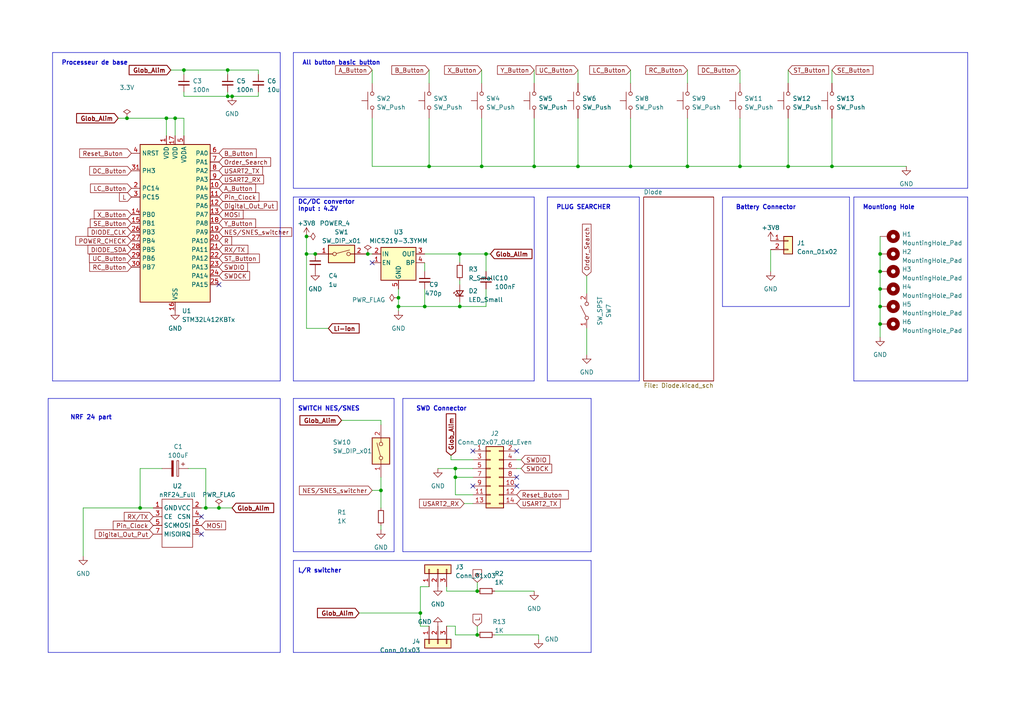
<source format=kicad_sch>
(kicad_sch (version 20230121) (generator eeschema)
  (paper "A4")
  (lib_symbols
    (symbol "Antenna_nRF24_2_4GHz:nRF24_FULL"
      (property "Reference" "U" (at 0 0 0))
      (property "Value" "nRF24_Full" (at 0 0 0))
      (symbol "nRF24_FULL_0_1"
        (rectangle (start -1.27 -1.27) (end 7.62 -15.24))
      )
      (symbol "nRF24_FULL_1_1"
        (pin power_in line (at -3.81 -3.81 0) (length 2.54) (name "GND") (number "1"))
        (pin power_in line (at 10.16 -3.81 180) (length 2.54) (name "VCC") (number "2"))
        (pin input line (at -3.81 -6.35 0) (length 2.54) (name "CE") (number "3"))
        (pin input line (at 10.16 -6.35 180) (length 2.54) (name "CSN") (number "4"))
        (pin input line (at -3.81 -8.89 0) (length 2.54) (name "SCK") (number "5"))
        (pin input line (at 10.16 -8.89 180) (length 2.54) (name "MOSI") (number "6"))
        (pin output line (at -3.81 -11.43 0) (length 2.54) (name "MISO") (number "7"))
        (pin input line (at 10.16 -11.43 180) (length 2.54) (name "IRQ") (number "8"))
      )
    )
    (symbol "Connector_Generic:Conn_01x02" (pin_names (offset 1.016) hide)
      (property "Reference" "J" (at 0 2.54 0))
      (property "Value" "Conn_01x02" (at 0 -5.08 0))
      (symbol "Conn_01x02_1_1"
        (rectangle (start -1.27 -2.413) (end 0 -2.667) (stroke (width 0.1524)))
        (rectangle (start -1.27 0.127) (end 0 -0.127) (stroke (width 0.1524)))
        (rectangle (start -1.27 1.27) (end 1.27 -3.81) (stroke (width 0.254)) (fill (type background)))
        (pin passive line (at -5.08 0 0) (length 3.81) (name "Pin_1") (number "1"))
        (pin passive line (at -5.08 -2.54 0) (length 3.81) (name "Pin_2") (number "2"))
      )
    )
    (symbol "Connector_Generic:Conn_01x03" (pin_names (offset 1.016) hide)
      (property "Reference" "J" (at 0 5.08 0))
      (property "Value" "Conn_01x03" (at 0 -5.08 0))
      (symbol "Conn_01x03_1_1"
        (rectangle (start -1.27 -2.413) (end 0 -2.667) (stroke (width 0.1524)))
        (rectangle (start -1.27 0.127) (end 0 -0.127) (stroke (width 0.1524)))
        (rectangle (start -1.27 2.667) (end 0 2.413) (stroke (width 0.1524)))
        (rectangle (start -1.27 3.81) (end 1.27 -3.81) (stroke (width 0.254)) (fill (type background)))
        (pin passive line (at -5.08 2.54 0) (length 3.81) (name "Pin_1") (number "1"))
        (pin passive line (at -5.08 0 0) (length 3.81) (name "Pin_2") (number "2"))
        (pin passive line (at -5.08 -2.54 0) (length 3.81) (name "Pin_3") (number "3"))
      )
    )
    (symbol "Connector_Generic:Conn_02x07_Odd_Even" (pin_names (offset 1.016) hide)
      (property "Reference" "J" (at 1.27 10.16 0))
      (property "Value" "Conn_02x07_Odd_Even" (at 1.27 -10.16 0))
      (symbol "Conn_02x07_Odd_Even_1_1"
        (rectangle (start -1.27 -7.493) (end 0 -7.747) (stroke (width 0.1524)))
        (rectangle (start -1.27 -4.953) (end 0 -5.207) (stroke (width 0.1524)))
        (rectangle (start -1.27 -2.413) (end 0 -2.667) (stroke (width 0.1524)))
        (rectangle (start -1.27 0.127) (end 0 -0.127) (stroke (width 0.1524)))
        (rectangle (start -1.27 2.667) (end 0 2.413) (stroke (width 0.1524)))
        (rectangle (start -1.27 5.207) (end 0 4.953) (stroke (width 0.1524)))
        (rectangle (start -1.27 7.747) (end 0 7.493) (stroke (width 0.1524)))
        (rectangle (start -1.27 8.89) (end 3.81 -8.89) (stroke (width 0.254)) (fill (type background)))
        (rectangle (start 3.81 -7.493) (end 2.54 -7.747) (stroke (width 0.1524)))
        (rectangle (start 3.81 -4.953) (end 2.54 -5.207) (stroke (width 0.1524)))
        (rectangle (start 3.81 -2.413) (end 2.54 -2.667) (stroke (width 0.1524)))
        (rectangle (start 3.81 0.127) (end 2.54 -0.127) (stroke (width 0.1524)))
        (rectangle (start 3.81 2.667) (end 2.54 2.413) (stroke (width 0.1524)))
        (rectangle (start 3.81 5.207) (end 2.54 4.953) (stroke (width 0.1524)))
        (rectangle (start 3.81 7.747) (end 2.54 7.493) (stroke (width 0.1524)))
        (pin passive line (at -5.08 7.62 0) (length 3.81) (name "Pin_1") (number "1"))
        (pin passive line (at 7.62 -2.54 180) (length 3.81) (name "Pin_10") (number "10"))
        (pin passive line (at -5.08 -5.08 0) (length 3.81) (name "Pin_11") (number "11"))
        (pin passive line (at 7.62 -5.08 180) (length 3.81) (name "Pin_12") (number "12"))
        (pin passive line (at -5.08 -7.62 0) (length 3.81) (name "Pin_13") (number "13"))
        (pin passive line (at 7.62 -7.62 180) (length 3.81) (name "Pin_14") (number "14"))
        (pin passive line (at 7.62 7.62 180) (length 3.81) (name "Pin_2") (number "2"))
        (pin passive line (at -5.08 5.08 0) (length 3.81) (name "Pin_3") (number "3"))
        (pin passive line (at 7.62 5.08 180) (length 3.81) (name "Pin_4") (number "4"))
        (pin passive line (at -5.08 2.54 0) (length 3.81) (name "Pin_5") (number "5"))
        (pin passive line (at 7.62 2.54 180) (length 3.81) (name "Pin_6") (number "6"))
        (pin passive line (at -5.08 0 0) (length 3.81) (name "Pin_7") (number "7"))
        (pin passive line (at 7.62 0 180) (length 3.81) (name "Pin_8") (number "8"))
        (pin passive line (at -5.08 -2.54 0) (length 3.81) (name "Pin_9") (number "9"))
      )
    )
    (symbol "Device:C_Polarized" (pin_numbers hide) (pin_names (offset 0.254))
      (property "Reference" "C" (at 0.635 2.54 0))
      (property "Value" "C_Polarized" (at 0.635 -2.54 0))
      (symbol "C_Polarized_0_1"
        (rectangle (start -2.286 0.508) (end 2.286 1.016))
        (polyline (pts (xy -1.778 2.286) (xy -0.762 2.286)))
        (polyline (pts (xy -1.27 2.794) (xy -1.27 1.778)))
        (rectangle (start 2.286 -0.508) (end -2.286 -1.016) (fill (type outline)))
      )
      (symbol "C_Polarized_1_1"
        (pin passive line (at 0 3.81 270) (length 2.794) (name "~") (number "1"))
        (pin passive line (at 0 -3.81 90) (length 2.794) (name "~") (number "2"))
      )
    )
    (symbol "Device:C_Small" (pin_numbers hide) (pin_names (offset 0.254) hide)
      (property "Reference" "C" (at 0.254 1.778 0))
      (property "Value" "C_Small" (at 0.254 -2.032 0))
      (symbol "C_Small_0_1"
        (polyline (pts (xy -1.524 -0.508) (xy 1.524 -0.508)) (stroke (width 0.3302)))
        (polyline (pts (xy -1.524 0.508) (xy 1.524 0.508)) (stroke (width 0.3048)))
      )
      (symbol "C_Small_1_1"
        (pin passive line (at 0 2.54 270) (length 2.032) (name "~") (number "1"))
        (pin passive line (at 0 -2.54 90) (length 2.032) (name "~") (number "2"))
      )
    )
    (symbol "Device:LED_Small" (pin_numbers hide) (pin_names (offset 0.254) hide)
      (property "Reference" "D" (at -1.27 3.175 0))
      (property "Value" "LED_Small" (at -4.445 -2.54 0))
      (symbol "LED_Small_0_1"
        (polyline (pts (xy -0.762 -1.016) (xy -0.762 1.016)) (stroke (width 0.254)))
        (polyline (pts (xy 1.016 0) (xy -0.762 0)))
        (polyline (pts (xy 0.762 -1.016) (xy -0.762 0) (xy 0.762 1.016) (xy 0.762 -1.016)) (stroke (width 0.254)))
        (polyline (pts (xy 0 0.762) (xy -0.508 1.27) (xy -0.254 1.27) (xy -0.508 1.27) (xy -0.508 1.016)))
        (polyline (pts (xy 0.508 1.27) (xy 0 1.778) (xy 0.254 1.778) (xy 0 1.778) (xy 0 1.524)))
      )
      (symbol "LED_Small_1_1"
        (pin passive line (at -2.54 0 0) (length 1.778) (name "K") (number "1"))
        (pin passive line (at 2.54 0 180) (length 1.778) (name "A") (number "2"))
      )
    )
    (symbol "Device:R_Small" (pin_numbers hide) (pin_names (offset 0.254) hide)
      (property "Reference" "R" (at 0.762 0.508 0))
      (property "Value" "R_Small" (at 0.762 -1.016 0))
      (symbol "R_Small_0_1"
        (rectangle (start -0.762 1.778) (end 0.762 -1.778) (stroke (width 0.2032)))
      )
      (symbol "R_Small_1_1"
        (pin passive line (at 0 2.54 270) (length 0.762) (name "~") (number "1"))
        (pin passive line (at 0 -2.54 90) (length 0.762) (name "~") (number "2"))
      )
    )
    (symbol "MCU_ST_STM32L4:STM32L412KBTx"
      (property "Reference" "U" (at -10.16 24.13 0))
      (property "Value" "STM32L412KBTx" (at 5.08 24.13 0))
      (symbol "STM32L412KBTx_0_1"
        (rectangle (start -10.16 -22.86) (end 10.16 22.86) (stroke (width 0.254)) (fill (type background)))
      )
      (symbol "STM32L412KBTx_1_1"
        (pin power_in line (at -2.54 25.4 270) (length 2.54) (name "VDD") (number "1"))
        (pin bidirectional line (at 12.7 10.16 180) (length 2.54) (name "PA4") (number "10"))
        (pin bidirectional line (at 12.7 7.62 180) (length 2.54) (name "PA5") (number "11"))
        (pin bidirectional line (at 12.7 5.08 180) (length 2.54) (name "PA6") (number "12"))
        (pin bidirectional line (at 12.7 2.54 180) (length 2.54) (name "PA7") (number "13"))
        (pin bidirectional line (at -12.7 2.54 0) (length 2.54) (name "PB0") (number "14"))
        (pin bidirectional line (at -12.7 0 0) (length 2.54) (name "PB1") (number "15"))
        (pin power_in line (at 0 -25.4 90) (length 2.54) (name "VSS") (number "16"))
        (pin power_in line (at 0 25.4 270) (length 2.54) (name "VDD") (number "17"))
        (pin bidirectional line (at 12.7 0 180) (length 2.54) (name "PA8") (number "18"))
        (pin bidirectional line (at 12.7 -2.54 180) (length 2.54) (name "PA9") (number "19"))
        (pin bidirectional line (at -12.7 10.16 0) (length 2.54) (name "PC14") (number "2"))
        (pin bidirectional line (at 12.7 -5.08 180) (length 2.54) (name "PA10") (number "20"))
        (pin bidirectional line (at 12.7 -7.62 180) (length 2.54) (name "PA11") (number "21"))
        (pin bidirectional line (at 12.7 -10.16 180) (length 2.54) (name "PA12") (number "22"))
        (pin bidirectional line (at 12.7 -12.7 180) (length 2.54) (name "PA13") (number "23"))
        (pin bidirectional line (at 12.7 -15.24 180) (length 2.54) (name "PA14") (number "24"))
        (pin bidirectional line (at 12.7 -17.78 180) (length 2.54) (name "PA15") (number "25"))
        (pin bidirectional line (at -12.7 -2.54 0) (length 2.54) (name "PB3") (number "26"))
        (pin bidirectional line (at -12.7 -5.08 0) (length 2.54) (name "PB4") (number "27"))
        (pin bidirectional line (at -12.7 -7.62 0) (length 2.54) (name "PB5") (number "28"))
        (pin bidirectional line (at -12.7 -10.16 0) (length 2.54) (name "PB6") (number "29"))
        (pin bidirectional line (at -12.7 7.62 0) (length 2.54) (name "PC15") (number "3"))
        (pin bidirectional line (at -12.7 -12.7 0) (length 2.54) (name "PB7") (number "30"))
        (pin bidirectional line (at -12.7 15.24 0) (length 2.54) (name "PH3") (number "31"))
        (pin passive line (at 0 -25.4 90) (length 2.54) hide (name "VSS") (number "32"))
        (pin input line (at -12.7 20.32 0) (length 2.54) (name "NRST") (number "4"))
        (pin power_in line (at 2.54 25.4 270) (length 2.54) (name "VDDA") (number "5"))
        (pin bidirectional line (at 12.7 20.32 180) (length 2.54) (name "PA0") (number "6"))
        (pin bidirectional line (at 12.7 17.78 180) (length 2.54) (name "PA1") (number "7"))
        (pin bidirectional line (at 12.7 15.24 180) (length 2.54) (name "PA2") (number "8"))
        (pin bidirectional line (at 12.7 12.7 180) (length 2.54) (name "PA3") (number "9"))
      )
    )
    (symbol "Mechanical:MountingHole_Pad" (pin_numbers hide) (pin_names (offset 1.016) hide)
      (property "Reference" "H" (at 0 6.35 0))
      (property "Value" "MountingHole_Pad" (at 0 4.445 0))
      (symbol "MountingHole_Pad_0_1"
        (circle (center 0 1.27) (radius 1.27) (stroke (width 1.27)))
      )
      (symbol "MountingHole_Pad_1_1"
        (pin input line (at 0 -2.54 90) (length 2.54) (name "1") (number "1"))
      )
    )
    (symbol "Regulator_Linear:MIC5219-3.3YMM" (pin_names (offset 0.254))
      (property "Reference" "U" (at -3.81 5.715 0))
      (property "Value" "MIC5219-3.3YMM" (at 0 5.715 0))
      (symbol "MIC5219-3.3YMM_0_1"
        (rectangle (start -5.08 4.445) (end 5.08 -5.08) (stroke (width 0.254)) (fill (type background)))
      )
      (symbol "MIC5219-3.3YMM_1_1"
        (pin input line (at -7.62 0 0) (length 2.54) (name "EN") (number "1"))
        (pin power_in line (at -7.62 2.54 0) (length 2.54) (name "IN") (number "2"))
        (pin power_out line (at 7.62 2.54 180) (length 2.54) (name "OUT") (number "3"))
        (pin input line (at 7.62 0 180) (length 2.54) (name "BP") (number "4"))
        (pin power_in line (at 0 -7.62 90) (length 2.54) (name "GND") (number "5"))
        (pin passive line (at 0 -7.62 90) (length 2.54) hide (name "GND") (number "6"))
        (pin passive line (at 0 -7.62 90) (length 2.54) hide (name "GND") (number "7"))
        (pin passive line (at 0 -7.62 90) (length 2.54) hide (name "GND") (number "8"))
      )
    )
    (symbol "Switch:SW_DIP_x01" (pin_names (offset 0) hide)
      (property "Reference" "SW" (at 0 3.81 0))
      (property "Value" "SW_DIP_x01" (at 0 -3.81 0))
      (symbol "SW_DIP_x01_0_0"
        (circle (center -2.032 0) (radius 0.508))
        (polyline (pts (xy -1.524 0.127) (xy 2.3622 1.1684)))
        (circle (center 2.032 0) (radius 0.508))
      )
      (symbol "SW_DIP_x01_0_1"
        (rectangle (start -3.81 2.54) (end 3.81 -2.54) (stroke (width 0.254)) (fill (type background)))
      )
      (symbol "SW_DIP_x01_1_1"
        (pin passive line (at -7.62 0 0) (length 5.08) (name "~") (number "1"))
        (pin passive line (at 7.62 0 180) (length 5.08) (name "~") (number "2"))
      )
    )
    (symbol "Switch:SW_Push" (pin_numbers hide) (pin_names (offset 1.016) hide)
      (property "Reference" "SW" (at 1.27 2.54 0))
      (property "Value" "SW_Push" (at 0 -1.524 0))
      (symbol "SW_Push_0_1"
        (circle (center -2.032 0) (radius 0.508))
        (polyline (pts (xy 0 1.27) (xy 0 3.048)))
        (polyline (pts (xy 2.54 1.27) (xy -2.54 1.27)))
        (circle (center 2.032 0) (radius 0.508))
        (pin passive line (at -5.08 0 0) (length 2.54) (name "1") (number "1"))
        (pin passive line (at 5.08 0 180) (length 2.54) (name "2") (number "2"))
      )
    )
    (symbol "Switch:SW_SPST" (pin_names (offset 0) hide)
      (property "Reference" "SW" (at 0 3.175 0))
      (property "Value" "SW_SPST" (at 0 -2.54 0))
      (symbol "SW_SPST_0_0"
        (circle (center -2.032 0) (radius 0.508))
        (polyline (pts (xy -1.524 0.254) (xy 1.524 1.778)))
        (circle (center 2.032 0) (radius 0.508))
      )
      (symbol "SW_SPST_1_1"
        (pin passive line (at -5.08 0 0) (length 2.54) (name "A") (number "1"))
        (pin passive line (at 5.08 0 180) (length 2.54) (name "B") (number "2"))
      )
    )
    (symbol "power:+3V8" (power) (pin_names (offset 0))
      (property "Value" "+3V8" (at 0 3.556 0))
      (symbol "+3V8_0_1"
        (polyline (pts (xy -0.762 1.27) (xy 0 2.54)))
        (polyline (pts (xy 0 0) (xy 0 2.54)))
        (polyline (pts (xy 0 2.54) (xy 0.762 1.27)))
      )
      (symbol "+3V8_1_1"
        (pin power_in line (at 0 0 90) (length 0) hide (name "+3V8") (number "1"))
      )
    )
    (symbol "power:GND" (power) (pin_names (offset 0))
      (property "Value" "GND" (at 0 -3.81 0))
      (symbol "GND_0_1"
        (polyline (pts (xy 0 0) (xy 0 -1.27) (xy 1.27 -1.27) (xy 0 -2.54) (xy -1.27 -1.27) (xy 0 -1.27)))
      )
      (symbol "GND_1_1"
        (pin power_in line (at 0 0 270) (length 0) hide (name "GND") (number "1"))
      )
    )
    (symbol "power:PWR_FLAG" (power) (pin_numbers hide) (pin_names (offset 0) hide)
      (property "Value" "PWR_FLAG" (at 0 3.81 0))
      (symbol "PWR_FLAG_0_0"
        (pin power_out line (at 0 0 90) (length 0) (name "pwr") (number "1"))
      )
      (symbol "PWR_FLAG_0_1"
        (polyline (pts (xy 0 0) (xy 0 1.27) (xy -1.016 1.905) (xy 0 2.54) (xy 1.016 1.905) (xy 0 1.27)))
      )
    )
  )
  (junction (at 133.35 88.9))
  (junction (at 115.57 88.9))
  (junction (at 199.39 48.26))
  (junction (at 132.08 135.89))
  (junction (at 167.64 48.26))
  (junction (at 63.5 147.32))
  (junction (at 40.64 147.32))
  (junction (at 115.57 86.36))
  (junction (at 255.27 83.82))
  (junction (at 66.04 20.32))
  (junction (at 139.7 48.26))
  (junction (at 154.94 48.26))
  (junction (at 214.63 48.26))
  (junction (at 123.19 88.9))
  (junction (at 255.27 73.66))
  (junction (at 53.34 20.32))
  (junction (at 50.8 34.29))
  (junction (at 255.27 93.98))
  (junction (at 106.68 73.66))
  (junction (at 255.27 78.74))
  (junction (at 59.69 147.32))
  (junction (at 124.46 48.26))
  (junction (at 228.6 48.26))
  (junction (at 110.49 142.24))
  (junction (at 88.9 73.66))
  (junction (at 132.08 138.43))
  (junction (at 255.27 88.9))
  (junction (at 241.3 48.26))
  (junction (at 66.04 27.94))
  (junction (at 48.26 34.29))
  (junction (at 138.43 171.45))
  (junction (at 36.83 34.29))
  (junction (at 182.88 48.26))
  (junction (at 91.44 73.66))
  (junction (at 88.9 68.58))
  (junction (at 121.92 177.8))
  (junction (at 67.31 27.94))
  (junction (at 133.35 73.66))
  (junction (at 140.97 73.66))
  (junction (at 138.43 184.15))
  (no_connect (at 107.95 76.2))
  (no_connect (at 149.86 138.43))
  (no_connect (at 63.5 82.55))
  (no_connect (at 149.86 140.97))
  (no_connect (at 137.16 140.97))
  (no_connect (at 149.86 130.81))
  (no_connect (at 58.42 154.94))
  (no_connect (at 137.16 130.81))
  (no_connect (at 58.42 149.86))
  (polyline (pts (xy 15.24 110.49) (xy 81.28 110.49)))
  (wire (pts (xy 53.34 20.32) (xy 53.34 21.59)))
  (wire (pts (xy 139.7 48.26) (xy 124.46 48.26)))
  (polyline (pts (xy 280.67 54.61) (xy 280.67 15.24)))
  (wire (pts (xy 121.92 177.8) (xy 121.92 181.61)))
  (wire (pts (xy 170.18 80.01) (xy 170.18 85.09)))
  (wire (pts (xy 133.35 87.63) (xy 133.35 88.9)))
  (wire (pts (xy 138.43 168.91) (xy 138.43 171.45)))
  (wire (pts (xy 137.16 133.35) (xy 130.81 133.35)))
  (polyline (pts (xy 81.28 110.49) (xy 81.28 15.24)))
  (wire (pts (xy 228.6 34.29) (xy 228.6 48.26)))
  (wire (pts (xy 66.04 21.59) (xy 66.04 20.32)))
  (wire (pts (xy 255.27 93.98) (xy 255.27 97.79)))
  (wire (pts (xy 88.9 68.58) (xy 88.9 73.66)))
  (polyline (pts (xy 209.55 57.15) (xy 209.55 88.9)))
  (wire (pts (xy 133.35 73.66) (xy 133.35 76.2)))
  (polyline (pts (xy 13.97 115.57) (xy 81.28 115.57)))
  (wire (pts (xy 255.27 78.74) (xy 255.27 83.82)))
  (wire (pts (xy 241.3 20.32) (xy 241.3 24.13)))
  (polyline (pts (xy 85.09 110.49) (xy 154.94 110.49)))
  (wire (pts (xy 67.31 147.32) (xy 63.5 147.32)))
  (wire (pts (xy 138.43 184.15) (xy 132.08 184.15)))
  (wire (pts (xy 40.64 147.32) (xy 44.45 147.32)))
  (wire (pts (xy 59.69 135.89) (xy 59.69 147.32)))
  (wire (pts (xy 255.27 73.66) (xy 255.27 78.74)))
  (wire (pts (xy 121.92 170.18) (xy 121.92 177.8)))
  (wire (pts (xy 54.61 135.89) (xy 59.69 135.89)))
  (wire (pts (xy 53.34 27.94) (xy 66.04 27.94)))
  (polyline (pts (xy 280.67 57.15) (xy 280.67 110.49)))
  (wire (pts (xy 74.93 26.67) (xy 74.93 27.94)))
  (polyline (pts (xy 85.09 57.15) (xy 154.94 57.15)))
  (polyline (pts (xy 116.84 160.02) (xy 171.45 160.02)))
  (polyline (pts (xy 81.28 189.23) (xy 13.97 189.23)))
  (wire (pts (xy 88.9 73.66) (xy 88.9 95.25)))
  (wire (pts (xy 143.51 171.45) (xy 154.94 171.45)))
  (wire (pts (xy 154.94 48.26) (xy 139.7 48.26)))
  (polyline (pts (xy 247.65 57.15) (xy 247.65 110.49)))
  (wire (pts (xy 214.63 20.32) (xy 214.63 24.13)))
  (wire (pts (xy 123.19 73.66) (xy 133.35 73.66)))
  (wire (pts (xy 214.63 34.29) (xy 214.63 48.26)))
  (polyline (pts (xy 114.3 115.57) (xy 114.3 160.02)))
  (wire (pts (xy 53.34 34.29) (xy 53.34 39.37)))
  (wire (pts (xy 124.46 48.26) (xy 107.95 48.26)))
  (wire (pts (xy 49.53 20.32) (xy 53.34 20.32)))
  (wire (pts (xy 132.08 143.51) (xy 137.16 143.51)))
  (wire (pts (xy 121.92 170.18) (xy 124.46 170.18)))
  (wire (pts (xy 40.64 135.89) (xy 40.64 147.32)))
  (wire (pts (xy 154.94 48.26) (xy 167.64 48.26)))
  (wire (pts (xy 63.5 147.32) (xy 59.69 147.32)))
  (wire (pts (xy 156.21 184.15) (xy 156.21 185.42)))
  (wire (pts (xy 138.43 184.15) (xy 138.43 181.61)))
  (wire (pts (xy 74.93 21.59) (xy 74.93 20.32)))
  (polyline (pts (xy 85.09 15.24) (xy 280.67 15.24)))
  (wire (pts (xy 124.46 20.32) (xy 124.46 24.13)))
  (wire (pts (xy 121.92 181.61) (xy 124.46 181.61)))
  (polyline (pts (xy 85.09 162.56) (xy 171.45 162.56)))
  (wire (pts (xy 129.54 171.45) (xy 138.43 171.45)))
  (polyline (pts (xy 114.3 160.02) (xy 85.09 160.02)))
  (wire (pts (xy 132.08 184.15) (xy 132.08 181.61)))
  (wire (pts (xy 133.35 88.9) (xy 140.97 88.9)))
  (wire (pts (xy 140.97 78.74) (xy 140.97 73.66)))
  (wire (pts (xy 24.13 147.32) (xy 40.64 147.32)))
  (wire (pts (xy 132.08 135.89) (xy 132.08 138.43)))
  (wire (pts (xy 48.26 34.29) (xy 48.26 39.37)))
  (wire (pts (xy 255.27 83.82) (xy 255.27 88.9)))
  (polyline (pts (xy 15.24 15.24) (xy 81.28 15.24)))
  (polyline (pts (xy 13.97 115.57) (xy 13.97 189.23)))
  (wire (pts (xy 34.29 34.29) (xy 36.83 34.29)))
  (polyline (pts (xy 158.75 57.15) (xy 158.75 110.49)))
  (polyline (pts (xy 85.09 57.15) (xy 85.09 110.49)))
  (wire (pts (xy 132.08 138.43) (xy 132.08 143.51)))
  (wire (pts (xy 151.13 135.89) (xy 149.86 135.89)))
  (wire (pts (xy 123.19 88.9) (xy 133.35 88.9)))
  (wire (pts (xy 199.39 20.32) (xy 199.39 24.13)))
  (wire (pts (xy 139.7 20.32) (xy 139.7 24.13)))
  (polyline (pts (xy 85.09 162.56) (xy 85.09 189.23)))
  (polyline (pts (xy 280.67 110.49) (xy 247.65 110.49)))
  (wire (pts (xy 133.35 81.28) (xy 133.35 82.55)))
  (wire (pts (xy 123.19 76.2) (xy 123.19 78.74)))
  (wire (pts (xy 124.46 34.29) (xy 124.46 48.26)))
  (wire (pts (xy 129.54 181.61) (xy 132.08 181.61)))
  (wire (pts (xy 132.08 135.89) (xy 137.16 135.89)))
  (wire (pts (xy 115.57 88.9) (xy 115.57 90.17)))
  (polyline (pts (xy 246.38 57.15) (xy 246.38 88.9)))
  (wire (pts (xy 182.88 34.29) (xy 182.88 48.26)))
  (wire (pts (xy 140.97 73.66) (xy 142.24 73.66)))
  (wire (pts (xy 151.13 133.35) (xy 149.86 133.35)))
  (wire (pts (xy 134.62 146.05) (xy 137.16 146.05)))
  (polyline (pts (xy 116.84 115.57) (xy 171.45 115.57)))
  (wire (pts (xy 228.6 48.26) (xy 214.63 48.26)))
  (wire (pts (xy 241.3 34.29) (xy 241.3 48.26)))
  (polyline (pts (xy 85.09 15.24) (xy 85.09 54.61)))
  (polyline (pts (xy 158.75 57.15) (xy 185.42 57.15)))
  (wire (pts (xy 182.88 20.32) (xy 182.88 24.13)))
  (wire (pts (xy 133.35 73.66) (xy 140.97 73.66)))
  (wire (pts (xy 46.99 135.89) (xy 40.64 135.89)))
  (wire (pts (xy 50.8 34.29) (xy 53.34 34.29)))
  (wire (pts (xy 110.49 121.92) (xy 110.49 123.19)))
  (wire (pts (xy 88.9 73.66) (xy 91.44 73.66)))
  (wire (pts (xy 199.39 34.29) (xy 199.39 48.26)))
  (wire (pts (xy 140.97 83.82) (xy 140.97 88.9)))
  (wire (pts (xy 107.95 34.29) (xy 107.95 48.26)))
  (wire (pts (xy 110.49 152.4) (xy 110.49 153.67)))
  (polyline (pts (xy 15.24 15.24) (xy 15.24 110.49)))
  (wire (pts (xy 255.27 68.58) (xy 255.27 73.66)))
  (wire (pts (xy 110.49 142.24) (xy 110.49 138.43)))
  (polyline (pts (xy 85.09 54.61) (xy 280.67 54.61)))
  (wire (pts (xy 110.49 121.92) (xy 99.06 121.92)))
  (wire (pts (xy 115.57 86.36) (xy 115.57 88.9)))
  (wire (pts (xy 107.95 142.24) (xy 110.49 142.24)))
  (wire (pts (xy 107.95 20.32) (xy 107.95 24.13)))
  (wire (pts (xy 139.7 34.29) (xy 139.7 48.26)))
  (wire (pts (xy 127 135.89) (xy 132.08 135.89)))
  (polyline (pts (xy 85.09 189.23) (xy 171.45 189.23)))
  (wire (pts (xy 24.13 147.32) (xy 24.13 161.29)))
  (wire (pts (xy 228.6 20.32) (xy 228.6 24.13)))
  (wire (pts (xy 228.6 48.26) (xy 241.3 48.26)))
  (polyline (pts (xy 154.94 110.49) (xy 154.94 57.15)))
  (wire (pts (xy 167.64 34.29) (xy 167.64 48.26)))
  (polyline (pts (xy 246.38 88.9) (xy 209.55 88.9)))
  (polyline (pts (xy 85.09 115.57) (xy 85.09 160.02)))
  (wire (pts (xy 167.64 20.32) (xy 167.64 24.13)))
  (wire (pts (xy 66.04 27.94) (xy 66.04 26.67)))
  (wire (pts (xy 50.8 34.29) (xy 50.8 39.37)))
  (polyline (pts (xy 171.45 189.23) (xy 171.45 162.56)))
  (wire (pts (xy 48.26 34.29) (xy 50.8 34.29)))
  (wire (pts (xy 123.19 83.82) (xy 123.19 88.9)))
  (wire (pts (xy 182.88 48.26) (xy 167.64 48.26)))
  (wire (pts (xy 129.54 170.18) (xy 129.54 171.45)))
  (wire (pts (xy 132.08 138.43) (xy 137.16 138.43)))
  (wire (pts (xy 67.31 27.94) (xy 74.93 27.94)))
  (wire (pts (xy 262.89 48.26) (xy 241.3 48.26)))
  (polyline (pts (xy 185.42 57.15) (xy 185.42 110.49)))
  (wire (pts (xy 74.93 20.32) (xy 66.04 20.32)))
  (polyline (pts (xy 171.45 160.02) (xy 171.45 115.57)))
  (wire (pts (xy 66.04 27.94) (xy 67.31 27.94)))
  (polyline (pts (xy 209.55 57.15) (xy 246.38 57.15)))
  (polyline (pts (xy 185.42 110.49) (xy 158.75 110.49)))
  (wire (pts (xy 154.94 34.29) (xy 154.94 48.26)))
  (wire (pts (xy 106.68 73.66) (xy 107.95 73.66)))
  (wire (pts (xy 199.39 48.26) (xy 182.88 48.26)))
  (wire (pts (xy 214.63 48.26) (xy 199.39 48.26)))
  (wire (pts (xy 123.19 88.9) (xy 115.57 88.9)))
  (polyline (pts (xy 247.65 57.15) (xy 280.67 57.15)))
  (wire (pts (xy 53.34 20.32) (xy 66.04 20.32)))
  (polyline (pts (xy 116.84 115.57) (xy 116.84 160.02)))
  (wire (pts (xy 170.18 95.25) (xy 170.18 102.87)))
  (wire (pts (xy 154.94 20.32) (xy 154.94 24.13)))
  (wire (pts (xy 115.57 83.82) (xy 115.57 86.36)))
  (wire (pts (xy 59.69 147.32) (xy 58.42 147.32)))
  (wire (pts (xy 110.49 147.32) (xy 110.49 142.24)))
  (polyline (pts (xy 81.28 115.57) (xy 81.28 189.23)))
  (wire (pts (xy 130.81 133.35) (xy 130.81 132.08)))
  (wire (pts (xy 156.21 184.15) (xy 143.51 184.15)))
  (wire (pts (xy 53.34 26.67) (xy 53.34 27.94)))
  (wire (pts (xy 88.9 95.25) (xy 95.25 95.25)))
  (wire (pts (xy 36.83 34.29) (xy 48.26 34.29)))
  (wire (pts (xy 223.52 72.39) (xy 223.52 78.74)))
  (wire (pts (xy 255.27 88.9) (xy 255.27 93.98)))
  (wire (pts (xy 104.14 177.8) (xy 121.92 177.8)))
  (polyline (pts (xy 85.09 115.57) (xy 114.3 115.57)))
  (text "NRF 24 part\n" (at 20.32 121.92 0) (effects (font (size 1.27 1.27) bold) (justify left bottom)))
  (text "Battery Connector" (at 213.36 60.96 0) (effects (font (size 1.27 1.27) (thickness 0.254) bold) (justify left bottom)))
  (text "Processeur de base" (at 17.78 19.05 0) (effects (font (size 1.27 1.27) (thickness 0.254) bold) (justify left bottom)))
  (text "DC/DC convertor\nInput : 4.2V\n\n" (at 86.36 63.5 0) (effects (font (size 1.27 1.27) bold) (justify left bottom)))
  (text "PLUG SEARCHER" (at 161.29 60.96 0) (effects (font (size 1.27 1.27) (thickness 0.254) bold) (justify left bottom)))
  (text "SWD Connector" (at 120.65 119.38 0) (effects (font (size 1.27 1.27) (thickness 0.254) bold) (justify left bottom)))
  (text "L/R switcher" (at 86.36 166.37 0) (effects (font (size 1.27 1.27) (thickness 0.254) bold) (justify left bottom)))
  (text "All button basic button\n" (at 87.63 19.05 0) (effects (font (size 1.27 1.27) bold) (justify left bottom)))
  (text "SWITCH NES/SNES" (at 86.36 119.38 0) (effects (font (size 1.27 1.27) (thickness 0.254) bold) (justify left bottom)))
  (text "Mountiong Hole" (at 250.19 60.96 0) (effects (font (size 1.27 1.27) bold) (justify left bottom)))
  (global_label "R" (shape input) (at 138.43 168.91 90) (property "Intersheetrefs" "${INTERSHEET_REFS}" (effects hide)))
  (global_label "SWDCK" (shape input) (at 63.5 80.01 0) (property "Intersheetrefs" "${INTERSHEET_REFS}" (effects hide)))
  (global_label "LC_Button" (shape input) (at 182.88 20.32 180) (property "Intersheetrefs" "${INTERSHEET_REFS}" (effects hide)))
  (global_label "Glob_Alim" (shape input) (at 130.81 132.08 90) (effects (font bold)) (property "Intersheetrefs" "${INTERSHEET_REFS}" (effects hide)))
  (global_label "Glob_Alim" (shape input) (at 49.53 20.32 180) (effects (font bold)) (property "Intersheetrefs" "${INTERSHEET_REFS}" (effects hide)))
  (global_label "Order_Search" (shape input) (at 63.5 46.99 0) (property "Intersheetrefs" "${INTERSHEET_REFS}" (effects hide)))
  (global_label "Li-ion" (shape input) (at 95.25 95.25 0) (effects (font bold)) (property "Intersheetrefs" "${INTERSHEET_REFS}" (effects hide)))
  (global_label "ST_Button" (shape input) (at 228.6 20.32 0) (property "Intersheetrefs" "${INTERSHEET_REFS}" (effects hide)))
  (global_label "Reset_Buton " (shape input) (at 149.86 143.51 0) (property "Intersheetrefs" "${INTERSHEET_REFS}" (effects hide)))
  (global_label "Glob_Alim" (shape input) (at 99.06 121.92 180) (effects (font bold)) (property "Intersheetrefs" "${INTERSHEET_REFS}" (effects hide)))
  (global_label "Glob_Alim" (shape input) (at 104.14 177.8 180) (effects (font bold)) (property "Intersheetrefs" "${INTERSHEET_REFS}" (effects hide)))
  (global_label "Y_Button" (shape input) (at 63.5 64.77 0) (property "Intersheetrefs" "${INTERSHEET_REFS}" (effects hide)))
  (global_label "MOSI" (shape input) (at 63.5 62.23 0) (property "Intersheetrefs" "${INTERSHEET_REFS}" (effects hide)))
  (global_label "RX{slash}TX" (shape input) (at 44.45 149.86 180) (property "Intersheetrefs" "${INTERSHEET_REFS}" (effects hide)))
  (global_label "ST_Button" (shape input) (at 63.5 74.93 0) (property "Intersheetrefs" "${INTERSHEET_REFS}" (effects hide)))
  (global_label "SWDCK" (shape input) (at 151.13 135.89 0) (property "Intersheetrefs" "${INTERSHEET_REFS}" (effects hide)))
  (global_label "B_Button" (shape input) (at 124.46 20.32 180) (property "Intersheetrefs" "${INTERSHEET_REFS}" (effects hide)))
  (global_label "Pin_Clock" (shape input) (at 63.5 57.15 0) (property "Intersheetrefs" "${INTERSHEET_REFS}" (effects hide)))
  (global_label "X_Button" (shape input) (at 38.1 62.23 180) (property "Intersheetrefs" "${INTERSHEET_REFS}" (effects hide)))
  (global_label "Glob_Alim" (shape input) (at 34.29 34.29 180) (effects (font bold)) (property "Intersheetrefs" "${INTERSHEET_REFS}" (effects hide)))
  (global_label "LC_Button" (shape input) (at 38.1 54.61 180) (property "Intersheetrefs" "${INTERSHEET_REFS}" (effects hide)))
  (global_label "USART2_RX" (shape input) (at 134.62 146.05 180) (property "Intersheetrefs" "${INTERSHEET_REFS}" (effects hide)))
  (global_label "B_Button" (shape input) (at 63.5 44.45 0) (property "Intersheetrefs" "${INTERSHEET_REFS}" (effects hide)))
  (global_label "USART2_TX" (shape input) (at 149.86 146.05 0) (property "Intersheetrefs" "${INTERSHEET_REFS}" (effects hide)))
  (global_label "Pin_Clock" (shape input) (at 44.45 152.4 180) (property "Intersheetrefs" "${INTERSHEET_REFS}" (effects hide)))
  (global_label "USART2_RX" (shape input) (at 63.5 52.07 0) (property "Intersheetrefs" "${INTERSHEET_REFS}" (effects hide)))
  (global_label "SWDIO" (shape input) (at 63.5 77.47 0) (property "Intersheetrefs" "${INTERSHEET_REFS}" (effects hide)))
  (global_label "Glob_Alim" (shape input) (at 67.31 147.32 0) (effects (font bold)) (property "Intersheetrefs" "${INTERSHEET_REFS}" (effects hide)))
  (global_label "L" (shape input) (at 38.1 57.15 180) (property "Intersheetrefs" "${INTERSHEET_REFS}" (effects hide)))
  (global_label "Order_Search" (shape input) (at 170.18 80.01 90) (property "Intersheetrefs" "${INTERSHEET_REFS}" (effects hide)))
  (global_label "SWDIO" (shape input) (at 151.13 133.35 0) (property "Intersheetrefs" "${INTERSHEET_REFS}" (effects hide)))
  (global_label "UC_Button" (shape input) (at 167.64 20.32 180) (property "Intersheetrefs" "${INTERSHEET_REFS}" (effects hide)))
  (global_label "SE_Button" (shape input) (at 38.1 64.77 180) (property "Intersheetrefs" "${INTERSHEET_REFS}" (effects hide)))
  (global_label "POWER_CHECK" (shape input) (at 38.1 69.85 180) (property "Intersheetrefs" "${INTERSHEET_REFS}" (effects hide)))
  (global_label "DC_Button" (shape input) (at 214.63 20.32 180) (property "Intersheetrefs" "${INTERSHEET_REFS}" (effects hide)))
  (global_label "Y_Button" (shape input) (at 154.94 20.32 180) (property "Intersheetrefs" "${INTERSHEET_REFS}" (effects hide)))
  (global_label "Digital_Out_Put" (shape input) (at 44.45 154.94 180) (property "Intersheetrefs" "${INTERSHEET_REFS}" (effects hide)))
  (global_label "Glob_Alim" (shape input) (at 142.24 73.66 0) (effects (font bold)) (property "Intersheetrefs" "${INTERSHEET_REFS}" (effects hide)))
  (global_label "UC_Button" (shape input) (at 38.1 74.93 180) (property "Intersheetrefs" "${INTERSHEET_REFS}" (effects hide)))
  (global_label "L" (shape input) (at 138.43 181.61 90) (property "Intersheetrefs" "${INTERSHEET_REFS}" (effects hide)))
  (global_label "Reset_Buton " (shape input) (at 38.1 44.45 180) (property "Intersheetrefs" "${INTERSHEET_REFS}" (effects hide)))
  (global_label "RC_Button" (shape input) (at 199.39 20.32 180) (property "Intersheetrefs" "${INTERSHEET_REFS}" (effects hide)))
  (global_label "MOSI" (shape input) (at 58.42 152.4 0) (property "Intersheetrefs" "${INTERSHEET_REFS}" (effects hide)))
  (global_label "USART2_TX" (shape input) (at 63.5 49.53 0) (property "Intersheetrefs" "${INTERSHEET_REFS}" (effects hide)))
  (global_label "NES{slash}SNES_switcher" (shape input) (at 107.95 142.24 180) (property "Intersheetrefs" "${INTERSHEET_REFS}" (effects hide)))
  (global_label "SE_Button" (shape input) (at 241.3 20.32 0) (property "Intersheetrefs" "${INTERSHEET_REFS}" (effects hide)))
  (global_label "RX{slash}TX" (shape input) (at 63.5 72.39 0) (property "Intersheetrefs" "${INTERSHEET_REFS}" (effects hide)))
  (global_label "RC_Button" (shape input) (at 38.1 77.47 180) (property "Intersheetrefs" "${INTERSHEET_REFS}" (effects hide)))
  (global_label "NES{slash}SNES_switcher" (shape input) (at 63.5 67.31 0) (property "Intersheetrefs" "${INTERSHEET_REFS}" (effects hide)))
  (global_label "DIODE_SDA" (shape input) (at 38.1 72.39 180) (property "Intersheetrefs" "${INTERSHEET_REFS}" (effects hide)))
  (global_label "A_Button" (shape input) (at 107.95 20.32 180) (property "Intersheetrefs" "${INTERSHEET_REFS}" (effects hide)))
  (global_label "X_Button" (shape input) (at 139.7 20.32 180) (property "Intersheetrefs" "${INTERSHEET_REFS}" (effects hide)))
  (global_label "DIODE_CLK" (shape input) (at 38.1 67.31 180) (property "Intersheetrefs" "${INTERSHEET_REFS}" (effects hide)))
  (global_label "A_Button" (shape input) (at 63.5 54.61 0) (property "Intersheetrefs" "${INTERSHEET_REFS}" (effects hide)))
  (global_label "Digital_Out_Put" (shape input) (at 63.5 59.69 0) (property "Intersheetrefs" "${INTERSHEET_REFS}" (effects hide)))
  (global_label "DC_Button" (shape input) (at 38.1 49.53 180) (property "Intersheetrefs" "${INTERSHEET_REFS}" (effects hide)))
  (global_label "R" (shape input) (at 63.5 69.85 0) (property "Intersheetrefs" "${INTERSHEET_REFS}" (effects hide)))
  (symbol (lib_id "Device:R_Small") (at 133.35 78.74 0) (unit 1)
    (property "Reference" "R3" (at 135.89 78.105 0) (effects (justify left)))
    (property "Value" "R_Small" (at 135.89 80.645 0) (effects (justify left)))
    (property "Footprint" "Resistor_SMD:R_0603_1608Metric_Pad0.98x0.95mm_HandSolder" (effects hide))
  )
  (symbol (lib_id "power:GND") (at 24.13 161.29 0) (unit 1)
    (property "Reference" "#PWR01" (effects hide))
    (property "Value" "GND" (at 24.13 166.37 0))
  )
  (symbol (lib_id "Switch:SW_Push") (at 154.94 29.21 90) (unit 1)
    (property "Reference" "SW5" (at 156.21 28.575 90) (effects (justify right)))
    (property "Value" "SW_Push" (at 156.21 31.115 90) (effects (justify right)))
    (property "Footprint" "Button_Switch_SMD:SW_SPST_B3S-1000" (effects hide))
  )
  (symbol (lib_id "Device:C_Small") (at 123.19 81.28 0) (unit 1)
    (property "Reference" "C9" (at 124.46 82.55 0) (effects (justify left)))
    (property "Value" "470p" (at 123.19 85.09 0) (effects (justify left)))
    (property "Footprint" "Capacitor_SMD:C_0603_1608Metric_Pad1.08x0.95mm_HandSolder" (effects hide))
  )
  (symbol (lib_id "Mechanical:MountingHole_Pad") (at 257.81 88.9 270) (unit 1)
    (property "Reference" "H5" (at 261.62 88.265 90) (effects (justify left)))
    (property "Value" "MountingHole_Pad" (at 261.62 90.805 90) (effects (justify left)))
    (property "Footprint" "MountingHole:MountingHole_3.2mm_M3_DIN965_Pad" (effects hide))
  )
  (symbol (lib_id "Mechanical:MountingHole_Pad") (at 257.81 93.98 270) (unit 1)
    (property "Reference" "H6" (at 261.62 93.345 90) (effects (justify left)))
    (property "Value" "MountingHole_Pad" (at 261.62 95.885 90) (effects (justify left)))
    (property "Footprint" "MountingHole:MountingHole_3.2mm_M3_DIN965_Pad" (effects hide))
  )
  (symbol (lib_id "power:GND") (at 127 135.89 0) (unit 1)
    (property "Reference" "#PWR04" (effects hide))
    (property "Value" "GND" (at 127 140.97 0))
  )
  (symbol (lib_id "power:+3V8") (at 88.9 68.58 0) (unit 1)
    (property "Reference" "#PWR021" (effects hide))
    (property "Value" "+3V8" (at 88.9 64.77 0))
  )
  (symbol (lib_id "Device:LED_Small") (at 133.35 85.09 90) (unit 1)
    (property "Reference" "D2" (at 135.89 84.3915 90) (effects (justify right)))
    (property "Value" "LED_Small" (at 135.89 86.9315 90) (effects (justify right)))
    (property "Footprint" "LED_SMD:LED_0603_1608Metric_Pad1.05x0.95mm_HandSolder" (effects hide))
  )
  (symbol (lib_id "Connector_Generic:Conn_01x03") (at 127 165.1 90) (unit 1)
    (property "Reference" "J3" (at 132.08 164.465 90) (effects (justify right)))
    (property "Value" "Conn_01x03" (at 132.08 167.005 90) (effects (justify right)))
    (property "Footprint" "Connector_JST:JST_XH_B3B-XH-A_1x03_P2.50mm_Vertical" (effects hide))
  )
  (symbol (lib_id "power:GND") (at 262.89 48.26 0) (unit 1)
    (property "Reference" "#PWR018" (effects hide))
    (property "Value" "GND" (at 262.89 53.34 0))
  )
  (symbol (lib_id "Switch:SW_Push") (at 139.7 29.21 90) (unit 1)
    (property "Reference" "SW4" (at 140.97 28.575 90) (effects (justify right)))
    (property "Value" "SW_Push" (at 140.97 31.115 90) (effects (justify right)))
    (property "Footprint" "Button_Switch_SMD:SW_SPST_B3S-1000" (effects hide))
  )
  (symbol (lib_id "power:GND") (at 170.18 102.87 0) (unit 1)
    (property "Reference" "#PWR011" (effects hide))
    (property "Value" "GND" (at 170.18 107.95 0))
  )
  (symbol (lib_id "power:GND") (at 156.21 185.42 0) (unit 1)
    (property "Reference" "#PWR019" (effects hide))
    (property "Value" "GND" (at 160.02 185.42 0))
  )
  (symbol (lib_id "Mechanical:MountingHole_Pad") (at 257.81 78.74 270) (unit 1)
    (property "Reference" "H3" (at 261.62 78.105 90) (effects (justify left)))
    (property "Value" "MountingHole_Pad" (at 261.62 80.645 90) (effects (justify left)))
    (property "Footprint" "MountingHole:MountingHole_3.2mm_M3_DIN965_Pad" (effects hide))
  )
  (symbol (lib_id "Connector_Generic:Conn_01x02") (at 228.6 69.85 0) (unit 1)
    (property "Reference" "J1" (at 231.14 70.485 0) (effects (justify left)))
    (property "Value" "Conn_01x02" (at 231.14 73.025 0) (effects (justify left)))
    (property "Footprint" "Connector_JST:JST_XH_B2B-XH-A_1x02_P2.50mm_Vertical" (effects hide))
  )
  (symbol (lib_id "Device:C_Small") (at 91.44 76.2 0) (unit 1)
    (property "Reference" "C4" (at 95.25 80.01 0) (effects (justify left)))
    (property "Value" "1u" (at 95.25 82.55 0) (effects (justify left)))
    (property "Footprint" "Capacitor_SMD:C_0603_1608Metric_Pad1.08x0.95mm_HandSolder" (effects hide))
  )
  (symbol (lib_id "Device:C_Small") (at 74.93 24.13 0) (unit 1)
    (property "Reference" "C6" (at 77.47 23.5013 0) (effects (justify left)))
    (property "Value" "10u" (at 77.47 26.0413 0) (effects (justify left)))
    (property "Footprint" "Resistor_SMD:R_0603_1608Metric_Pad0.98x0.95mm_HandSolder" (effects hide))
  )
  (symbol (lib_id "Switch:SW_Push") (at 228.6 29.21 90) (unit 1)
    (property "Reference" "SW12" (at 229.87 28.575 90) (effects (justify right)))
    (property "Value" "SW_Push" (at 229.87 31.115 90) (effects (justify right)))
    (property "Footprint" "Button_Switch_SMD:SW_SPST_B3S-1000" (effects hide))
  )
  (symbol (lib_id "Switch:SW_DIP_x01") (at 99.06 73.66 0) (unit 1)
    (property "Reference" "SW1" (at 99.06 67.31 0))
    (property "Value" "SW_DIP_x01" (at 99.06 69.85 0))
    (property "Footprint" "Button_Switch_SMD:SW_DIP_SPSTx01_Slide_Copal_CHS-01B_W7.62mm_P1.27mm" (effects hide))
  )
  (symbol (lib_id "power:GND") (at 67.31 27.94 0) (unit 1)
    (property "Reference" "#PWR022" (effects hide))
    (property "Value" "GND" (at 67.31 33.02 0))
  )
  (symbol (lib_id "power:PWR_FLAG") (at 36.83 34.29 0) (unit 1)
    (property "Reference" "#FLG02" (effects hide))
    (property "Value" "3.3V" (at 36.83 25.4 0))
  )
  (symbol (lib_id "Device:R_Small") (at 140.97 184.15 90) (unit 1)
    (property "Reference" "R13" (at 144.78 180.34 90))
    (property "Value" "1K" (at 144.78 182.88 90))
    (property "Footprint" "Resistor_SMD:R_0603_1608Metric_Pad0.98x0.95mm_HandSolder" (effects hide))
  )
  (symbol (lib_id "power:GND") (at 154.94 171.45 0) (unit 1)
    (property "Reference" "#PWR014" (effects hide))
    (property "Value" "GND" (at 154.94 176.53 0))
  )
  (symbol (lib_id "Mechanical:MountingHole_Pad") (at 257.81 83.82 270) (unit 1)
    (property "Reference" "H4" (at 261.62 83.185 90) (effects (justify left)))
    (property "Value" "MountingHole_Pad" (at 261.62 85.725 90) (effects (justify left)))
    (property "Footprint" "MountingHole:MountingHole_3.2mm_M3_DIN965_Pad" (effects hide))
  )
  (symbol (lib_id "Device:C_Polarized") (at 50.8 135.89 270) (unit 1)
    (property "Reference" "C1" (at 51.689 129.54 90))
    (property "Value" "100uF" (at 51.689 132.08 90))
    (property "Footprint" "Capacitor_SMD:CP_Elec_5x5.4" (effects hide))
  )
  (symbol (lib_id "Device:C_Small") (at 66.04 24.13 0) (unit 1)
    (property "Reference" "C5" (at 68.58 23.5013 0) (effects (justify left)))
    (property "Value" "100n" (at 68.58 26.0413 0) (effects (justify left)))
    (property "Footprint" "Resistor_SMD:R_0603_1608Metric_Pad0.98x0.95mm_HandSolder" (effects hide))
  )
  (symbol (lib_id "power:GND") (at 91.44 78.74 0) (unit 1)
    (property "Reference" "#PWR05" (effects hide))
    (property "Value" "GND" (at 91.44 83.82 0))
  )
  (symbol (lib_id "Switch:SW_Push") (at 107.95 29.21 90) (unit 1)
    (property "Reference" "SW2" (at 109.22 28.575 90) (effects (justify right)))
    (property "Value" "SW_Push" (at 109.22 31.115 90) (effects (justify right)))
    (property "Footprint" "Button_Switch_SMD:SW_SPST_B3S-1000" (effects hide))
  )
  (symbol (lib_id "power:PWR_FLAG") (at 106.68 73.66 0) (unit 1)
    (property "Reference" "#FLG05" (effects hide))
    (property "Value" "3.8V" (effects hide))
  )
  (symbol (lib_id "power:GND") (at 50.8 90.17 0) (unit 1)
    (property "Reference" "#PWR02" (effects hide))
    (property "Value" "GND" (at 50.8 95.25 0))
  )
  (symbol (lib_id "Antenna_nRF24_2_4GHz:nRF24_FULL") (at 48.26 143.51 0) (unit 1)
    (property "Reference" "U2" (at 51.435 140.97 0))
    (property "Value" "nRF24_Full" (at 51.435 143.51 0))
    (property "Footprint" "Connector_PinHeader_2.00mm:PinHeader_2x04_P2.00mm_Vertical" (effects hide))
  )
  (symbol (lib_id "Switch:SW_Push") (at 214.63 29.21 90) (unit 1)
    (property "Reference" "SW11" (at 215.9 28.575 90) (effects (justify right)))
    (property "Value" "SW_Push" (at 215.9 31.115 90) (effects (justify right)))
    (property "Footprint" "Button_Switch_SMD:SW_SPST_B3S-1000" (effects hide))
  )
  (symbol (lib_id "Device:C_Small") (at 53.34 24.13 0) (unit 1)
    (property "Reference" "C3" (at 55.88 23.5013 0) (effects (justify left)))
    (property "Value" "100n" (at 55.88 26.0413 0) (effects (justify left)))
    (property "Footprint" "Resistor_SMD:R_0603_1608Metric_Pad0.98x0.95mm_HandSolder" (effects hide))
  )
  (symbol (lib_id "Switch:SW_SPST") (at 170.18 90.17 90) (unit 1)
    (property "Reference" "SW7" (at 176.53 90.17 0))
    (property "Value" "SW_SPST" (at 173.99 90.17 0))
    (property "Footprint" "Button_Switch_SMD:SW_SPST_B3S-1000" (effects hide))
  )
  (symbol (lib_id "power:GND") (at 110.49 153.67 0) (unit 1)
    (property "Reference" "#PWR03" (effects hide))
    (property "Value" "GND" (at 110.49 158.75 0))
  )
  (symbol (lib_id "Switch:SW_Push") (at 241.3 29.21 90) (unit 1)
    (property "Reference" "SW13" (at 242.57 28.575 90) (effects (justify right)))
    (property "Value" "SW_Push" (at 242.57 31.115 90) (effects (justify right)))
    (property "Footprint" "Button_Switch_SMD:SW_SPST_B3S-1000" (effects hide))
  )
  (symbol (lib_id "power:+3V8") (at 223.52 69.85 0) (unit 1)
    (property "Reference" "#PWR015" (effects hide))
    (property "Value" "+3V8" (at 223.52 66.04 0))
  )
  (symbol (lib_id "power:GND") (at 127 170.18 0) (unit 1)
    (property "Reference" "#PWR09" (effects hide))
    (property "Value" "GND" (at 127 175.26 0))
  )
  (symbol (lib_id "Switch:SW_Push") (at 124.46 29.21 90) (unit 1)
    (property "Reference" "SW3" (at 125.73 28.575 90) (effects (justify right)))
    (property "Value" "SW_Push" (at 125.73 31.115 90) (effects (justify right)))
    (property "Footprint" "Button_Switch_SMD:SW_SPST_B3S-1000" (effects hide))
  )
  (symbol (lib_id "power:GND") (at 115.57 90.17 0) (unit 1)
    (property "Reference" "#PWR07" (effects hide))
    (property "Value" "GND" (at 115.57 95.25 0))
  )
  (symbol (lib_id "Switch:SW_DIP_x01") (at 110.49 130.81 90) (unit 1)
    (property "Reference" "SW10" (at 96.52 128.27 90) (effects (justify right)))
    (property "Value" "SW_DIP_x01" (at 96.52 130.81 90) (effects (justify right)))
    (property "Footprint" "Button_Switch_SMD:SW_DIP_SPSTx01_Slide_Copal_CHS-01B_W7.62mm_P1.27mm" (effects hide))
  )
  (symbol (lib_id "Device:R_Small") (at 140.97 171.45 90) (unit 1)
    (property "Reference" "R2" (at 144.78 166.37 90))
    (property "Value" "1K" (at 144.78 168.91 90))
    (property "Footprint" "Resistor_SMD:R_0603_1608Metric_Pad0.98x0.95mm_HandSolder" (effects hide))
  )
  (symbol (lib_id "Switch:SW_Push") (at 167.64 29.21 90) (unit 1)
    (property "Reference" "SW6" (at 168.91 28.575 90) (effects (justify right)))
    (property "Value" "SW_Push" (at 168.91 31.115 90) (effects (justify right)))
    (property "Footprint" "Button_Switch_SMD:SW_SPST_B3S-1000" (effects hide))
  )
  (symbol (lib_id "Mechanical:MountingHole_Pad") (at 257.81 73.66 270) (unit 1)
    (property "Reference" "H2" (at 261.62 73.025 90) (effects (justify left)))
    (property "Value" "MountingHole_Pad" (at 261.62 75.565 90) (effects (justify left)))
    (property "Footprint" "MountingHole:MountingHole_3.2mm_M3_DIN965_Pad" (effects hide))
  )
  (symbol (lib_id "power:PWR_FLAG") (at 115.57 86.36 90) (unit 1)
    (property "Reference" "#FLG03" (effects hide))
    (property "Value" "PWR_FLAG" (at 111.76 86.995 90) (effects (justify left)))
  )
  (symbol (lib_id "power:GND") (at 223.52 78.74 0) (unit 1)
    (property "Reference" "#PWR016" (effects hide))
    (property "Value" "GND" (at 223.52 83.82 0))
  )
  (symbol (lib_id "Device:C_Small") (at 140.97 81.28 0) (unit 1)
    (property "Reference" "C10" (at 143.51 80.6513 0) (effects (justify left)))
    (property "Value" "100nF" (at 143.51 83.1913 0) (effects (justify left)))
    (property "Footprint" "Capacitor_SMD:C_0603_1608Metric_Pad1.08x0.95mm_HandSolder" (effects hide))
  )
  (symbol (lib_id "Connector_Generic:Conn_02x07_Odd_Even") (at 142.24 138.43 0) (unit 1)
    (property "Reference" "J2" (at 143.51 125.73 0))
    (property "Value" "Conn_02x07_Odd_Even" (at 143.51 128.27 0))
    (property "Footprint" "Connector_PinHeader_1.27mm:PinHeader_2x07_P1.27mm_Vertical_SMD" (effects hide))
  )
  (symbol (lib_id "Connector_Generic:Conn_01x03") (at 127 186.69 90) (mirror x) (unit 1)
    (property "Reference" "J4" (at 121.92 186.055 90) (effects (justify left)))
    (property "Value" "Conn_01x03" (at 121.92 188.595 90) (effects (justify left)))
    (property "Footprint" "Connector_JST:JST_XH_B3B-XH-A_1x03_P2.50mm_Vertical" (effects hide))
  )
  (symbol (lib_id "power:GND") (at 255.27 97.79 0) (unit 1)
    (property "Reference" "#PWR017" (effects hide))
    (property "Value" "GND" (at 255.27 102.87 0))
  )
  (symbol (lib_id "power:PWR_FLAG") (at 88.9 68.58 270) (unit 1)
    (property "Reference" "#FLG04" (effects hide))
    (property "Value" "POWER_4" (at 92.71 64.77 90) (effects (justify left)))
  )
  (symbol (lib_id "power:PWR_FLAG") (at 63.5 147.32 0) (unit 1)
    (property "Reference" "#FLG01" (effects hide))
    (property "Value" "PWR_FLAG" (at 63.5 143.51 0))
  )
  (symbol (lib_id "Regulator_Linear:MIC5219-3.3YMM") (at 115.57 76.2 0) (unit 1)
    (property "Reference" "U3" (at 115.57 67.31 0))
    (property "Value" "MIC5219-3.3YMM" (at 115.57 69.85 0))
    (property "Footprint" "Package_SO:MSOP-8_3x3mm_P0.65mm" (effects hide))
    (property "Datasheet" "http://ww1.microchip.com/downloads/en/DeviceDoc/MIC5219-500mA-Peak-Output-LDO-Regulator-DS20006021A.pdf" (effects hide))
  )
  (symbol (lib_id "Switch:SW_Push") (at 199.39 29.21 90) (unit 1)
    (property "Reference" "SW9" (at 200.66 28.575 90) (effects (justify right)))
    (property "Value" "SW_Push" (at 200.66 31.115 90) (effects (justify right)))
    (property "Footprint" "Button_Switch_SMD:SW_SPST_B3S-1000" (effects hide))
  )
  (symbol (lib_id "Mechanical:MountingHole_Pad") (at 257.81 68.58 270) (unit 1)
    (property "Reference" "H1" (at 261.62 67.945 90) (effects (justify left)))
    (property "Value" "MountingHole_Pad" (at 261.62 70.485 90) (effects (justify left)))
    (property "Footprint" "MountingHole:MountingHole_3.2mm_M3_DIN965_Pad" (effects hide))
  )
  (symbol (lib_id "power:GND") (at 127 181.61 180) (unit 1)
    (property "Reference" "#PWR06" (effects hide))
    (property "Value" "GND" (at 123.19 180.34 0))
  )
  (symbol (lib_id "MCU_ST_STM32L4:STM32L412KBTx") (at 50.8 64.77 0) (unit 1)
    (property "Reference" "U1" (at 52.7559 90.17 0) (effects (justify left)))
    (property "Value" "STM32L412KBTx" (at 52.7559 92.71 0) (effects (justify left)))
    (property "Footprint" "Package_QFP:LQFP-32_7x7mm_P0.8mm" (effects hide))
    (property "Datasheet" "https://www.st.com/resource/en/datasheet/stm32l412kb.pdf" (effects hide))
  )
  (symbol (lib_id "Device:R_Small") (at 110.49 149.86 0) (unit 1)
    (property "Reference" "R1" (at 97.79 148.59 0) (effects (justify left)))
    (property "Value" "1K" (at 97.79 151.13 0) (effects (justify left)))
    (property "Footprint" "Resistor_SMD:R_0603_1608Metric_Pad0.98x0.95mm_HandSolder" (effects hide))
  )
  (symbol (lib_id "Switch:SW_Push") (at 182.88 29.21 90) (unit 1)
    (property "Reference" "SW8" (at 184.15 28.575 90) (effects (justify right)))
    (property "Value" "SW_Push" (at 184.15 31.115 90) (effects (justify right)))
    (property "Footprint" "Button_Switch_SMD:SW_SPST_B3S-1000" (effects hide))
  )
  (sheet (at 186.69 57.15) (size 20.32 53.34) (stroke (width 0.1524))
    (property "Sheetname" "Diode" (at 186.69 56.4384 0) (effects (justify left bottom)))
    (property "Sheetfile" "Diode.kicad_sch" (at 186.69 111.0746 0) (effects (justify left top)))
  )
)
</source>
